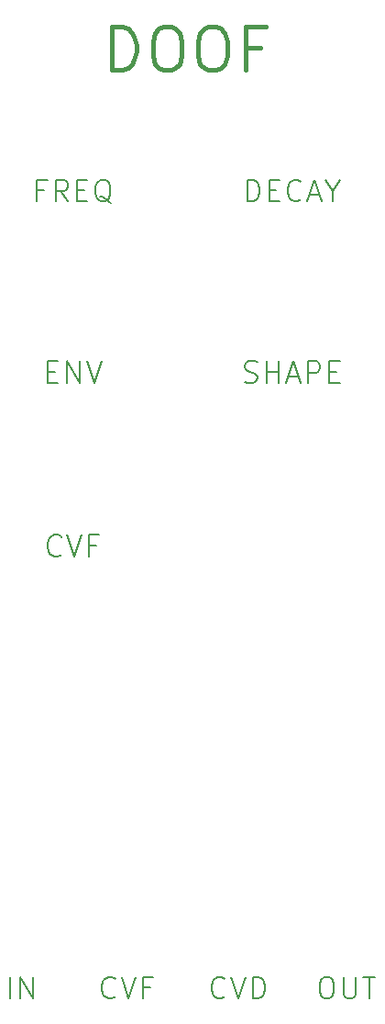
<source format=gbr>
G04 #@! TF.GenerationSoftware,KiCad,Pcbnew,(5.1.5-0)*
G04 #@! TF.CreationDate,2021-01-20T00:07:58-08:00*
G04 #@! TF.ProjectId,doof,646f6f66-2e6b-4696-9361-645f70636258,rev?*
G04 #@! TF.SameCoordinates,Original*
G04 #@! TF.FileFunction,Legend,Top*
G04 #@! TF.FilePolarity,Positive*
%FSLAX46Y46*%
G04 Gerber Fmt 4.6, Leading zero omitted, Abs format (unit mm)*
G04 Created by KiCad (PCBNEW (5.1.5-0)) date 2021-01-20 00:07:58*
%MOMM*%
%LPD*%
G04 APERTURE LIST*
%ADD10C,0.200000*%
%ADD11C,0.400000*%
G04 APERTURE END LIST*
D10*
X23761904Y-90464285D02*
X23666666Y-90559523D01*
X23380952Y-90654761D01*
X23190476Y-90654761D01*
X22904761Y-90559523D01*
X22714285Y-90369047D01*
X22619047Y-90178571D01*
X22523809Y-89797619D01*
X22523809Y-89511904D01*
X22619047Y-89130952D01*
X22714285Y-88940476D01*
X22904761Y-88750000D01*
X23190476Y-88654761D01*
X23380952Y-88654761D01*
X23666666Y-88750000D01*
X23761904Y-88845238D01*
X24333333Y-88654761D02*
X25000000Y-90654761D01*
X25666666Y-88654761D01*
X26333333Y-90654761D02*
X26333333Y-88654761D01*
X26809523Y-88654761D01*
X27095238Y-88750000D01*
X27285714Y-88940476D01*
X27380952Y-89130952D01*
X27476190Y-89511904D01*
X27476190Y-89797619D01*
X27380952Y-90178571D01*
X27285714Y-90369047D01*
X27095238Y-90559523D01*
X26809523Y-90654761D01*
X26333333Y-90654761D01*
X3952380Y-90654761D02*
X3952380Y-88654761D01*
X4904761Y-90654761D02*
X4904761Y-88654761D01*
X6047619Y-90654761D01*
X6047619Y-88654761D01*
D11*
X13297619Y-5059523D02*
X13297619Y-1059523D01*
X14250000Y-1059523D01*
X14821428Y-1250000D01*
X15202380Y-1630952D01*
X15392857Y-2011904D01*
X15583333Y-2773809D01*
X15583333Y-3345238D01*
X15392857Y-4107142D01*
X15202380Y-4488095D01*
X14821428Y-4869047D01*
X14250000Y-5059523D01*
X13297619Y-5059523D01*
X18059523Y-1059523D02*
X18821428Y-1059523D01*
X19202380Y-1250000D01*
X19583333Y-1630952D01*
X19773809Y-2392857D01*
X19773809Y-3726190D01*
X19583333Y-4488095D01*
X19202380Y-4869047D01*
X18821428Y-5059523D01*
X18059523Y-5059523D01*
X17678571Y-4869047D01*
X17297619Y-4488095D01*
X17107142Y-3726190D01*
X17107142Y-2392857D01*
X17297619Y-1630952D01*
X17678571Y-1250000D01*
X18059523Y-1059523D01*
X22250000Y-1059523D02*
X23011904Y-1059523D01*
X23392857Y-1250000D01*
X23773809Y-1630952D01*
X23964285Y-2392857D01*
X23964285Y-3726190D01*
X23773809Y-4488095D01*
X23392857Y-4869047D01*
X23011904Y-5059523D01*
X22250000Y-5059523D01*
X21869047Y-4869047D01*
X21488095Y-4488095D01*
X21297619Y-3726190D01*
X21297619Y-2392857D01*
X21488095Y-1630952D01*
X21869047Y-1250000D01*
X22250000Y-1059523D01*
X27011904Y-2964285D02*
X25678571Y-2964285D01*
X25678571Y-5059523D02*
X25678571Y-1059523D01*
X27583333Y-1059523D01*
D10*
X25619047Y-33809523D02*
X25904761Y-33904761D01*
X26380952Y-33904761D01*
X26571428Y-33809523D01*
X26666666Y-33714285D01*
X26761904Y-33523809D01*
X26761904Y-33333333D01*
X26666666Y-33142857D01*
X26571428Y-33047619D01*
X26380952Y-32952380D01*
X26000000Y-32857142D01*
X25809523Y-32761904D01*
X25714285Y-32666666D01*
X25619047Y-32476190D01*
X25619047Y-32285714D01*
X25714285Y-32095238D01*
X25809523Y-32000000D01*
X26000000Y-31904761D01*
X26476190Y-31904761D01*
X26761904Y-32000000D01*
X27619047Y-33904761D02*
X27619047Y-31904761D01*
X27619047Y-32857142D02*
X28761904Y-32857142D01*
X28761904Y-33904761D02*
X28761904Y-31904761D01*
X29619047Y-33333333D02*
X30571428Y-33333333D01*
X29428571Y-33904761D02*
X30095238Y-31904761D01*
X30761904Y-33904761D01*
X31428571Y-33904761D02*
X31428571Y-31904761D01*
X32190476Y-31904761D01*
X32380952Y-32000000D01*
X32476190Y-32095238D01*
X32571428Y-32285714D01*
X32571428Y-32571428D01*
X32476190Y-32761904D01*
X32380952Y-32857142D01*
X32190476Y-32952380D01*
X31428571Y-32952380D01*
X33428571Y-32857142D02*
X34095238Y-32857142D01*
X34380952Y-33904761D02*
X33428571Y-33904761D01*
X33428571Y-31904761D01*
X34380952Y-31904761D01*
X25857142Y-17154761D02*
X25857142Y-15154761D01*
X26333333Y-15154761D01*
X26619047Y-15250000D01*
X26809523Y-15440476D01*
X26904761Y-15630952D01*
X27000000Y-16011904D01*
X27000000Y-16297619D01*
X26904761Y-16678571D01*
X26809523Y-16869047D01*
X26619047Y-17059523D01*
X26333333Y-17154761D01*
X25857142Y-17154761D01*
X27857142Y-16107142D02*
X28523809Y-16107142D01*
X28809523Y-17154761D02*
X27857142Y-17154761D01*
X27857142Y-15154761D01*
X28809523Y-15154761D01*
X30809523Y-16964285D02*
X30714285Y-17059523D01*
X30428571Y-17154761D01*
X30238095Y-17154761D01*
X29952380Y-17059523D01*
X29761904Y-16869047D01*
X29666666Y-16678571D01*
X29571428Y-16297619D01*
X29571428Y-16011904D01*
X29666666Y-15630952D01*
X29761904Y-15440476D01*
X29952380Y-15250000D01*
X30238095Y-15154761D01*
X30428571Y-15154761D01*
X30714285Y-15250000D01*
X30809523Y-15345238D01*
X31571428Y-16583333D02*
X32523809Y-16583333D01*
X31380952Y-17154761D02*
X32047619Y-15154761D01*
X32714285Y-17154761D01*
X33761904Y-16202380D02*
X33761904Y-17154761D01*
X33095238Y-15154761D02*
X33761904Y-16202380D01*
X34428571Y-15154761D01*
X7083333Y-16107142D02*
X6416666Y-16107142D01*
X6416666Y-17154761D02*
X6416666Y-15154761D01*
X7369047Y-15154761D01*
X9273809Y-17154761D02*
X8607142Y-16202380D01*
X8130952Y-17154761D02*
X8130952Y-15154761D01*
X8892857Y-15154761D01*
X9083333Y-15250000D01*
X9178571Y-15345238D01*
X9273809Y-15535714D01*
X9273809Y-15821428D01*
X9178571Y-16011904D01*
X9083333Y-16107142D01*
X8892857Y-16202380D01*
X8130952Y-16202380D01*
X10130952Y-16107142D02*
X10797619Y-16107142D01*
X11083333Y-17154761D02*
X10130952Y-17154761D01*
X10130952Y-15154761D01*
X11083333Y-15154761D01*
X13273809Y-17345238D02*
X13083333Y-17250000D01*
X12892857Y-17059523D01*
X12607142Y-16773809D01*
X12416666Y-16678571D01*
X12226190Y-16678571D01*
X12321428Y-17154761D02*
X12130952Y-17059523D01*
X11940476Y-16869047D01*
X11845238Y-16488095D01*
X11845238Y-15821428D01*
X11940476Y-15440476D01*
X12130952Y-15250000D01*
X12321428Y-15154761D01*
X12702380Y-15154761D01*
X12892857Y-15250000D01*
X13083333Y-15440476D01*
X13178571Y-15821428D01*
X13178571Y-16488095D01*
X13083333Y-16869047D01*
X12892857Y-17059523D01*
X12702380Y-17154761D01*
X12321428Y-17154761D01*
X7416666Y-32857142D02*
X8083333Y-32857142D01*
X8369047Y-33904761D02*
X7416666Y-33904761D01*
X7416666Y-31904761D01*
X8369047Y-31904761D01*
X9226190Y-33904761D02*
X9226190Y-31904761D01*
X10369047Y-33904761D01*
X10369047Y-31904761D01*
X11035714Y-31904761D02*
X11702380Y-33904761D01*
X12369047Y-31904761D01*
X8654761Y-49714285D02*
X8559523Y-49809523D01*
X8273809Y-49904761D01*
X8083333Y-49904761D01*
X7797619Y-49809523D01*
X7607142Y-49619047D01*
X7511904Y-49428571D01*
X7416666Y-49047619D01*
X7416666Y-48761904D01*
X7511904Y-48380952D01*
X7607142Y-48190476D01*
X7797619Y-48000000D01*
X8083333Y-47904761D01*
X8273809Y-47904761D01*
X8559523Y-48000000D01*
X8654761Y-48095238D01*
X9226190Y-47904761D02*
X9892857Y-49904761D01*
X10559523Y-47904761D01*
X11892857Y-48857142D02*
X11226190Y-48857142D01*
X11226190Y-49904761D02*
X11226190Y-47904761D01*
X12178571Y-47904761D01*
X33000000Y-88654761D02*
X33380952Y-88654761D01*
X33571428Y-88750000D01*
X33761904Y-88940476D01*
X33857142Y-89321428D01*
X33857142Y-89988095D01*
X33761904Y-90369047D01*
X33571428Y-90559523D01*
X33380952Y-90654761D01*
X33000000Y-90654761D01*
X32809523Y-90559523D01*
X32619047Y-90369047D01*
X32523809Y-89988095D01*
X32523809Y-89321428D01*
X32619047Y-88940476D01*
X32809523Y-88750000D01*
X33000000Y-88654761D01*
X34714285Y-88654761D02*
X34714285Y-90273809D01*
X34809523Y-90464285D01*
X34904761Y-90559523D01*
X35095238Y-90654761D01*
X35476190Y-90654761D01*
X35666666Y-90559523D01*
X35761904Y-90464285D01*
X35857142Y-90273809D01*
X35857142Y-88654761D01*
X36523809Y-88654761D02*
X37666666Y-88654761D01*
X37095238Y-90654761D02*
X37095238Y-88654761D01*
X13654761Y-90464285D02*
X13559523Y-90559523D01*
X13273809Y-90654761D01*
X13083333Y-90654761D01*
X12797619Y-90559523D01*
X12607142Y-90369047D01*
X12511904Y-90178571D01*
X12416666Y-89797619D01*
X12416666Y-89511904D01*
X12511904Y-89130952D01*
X12607142Y-88940476D01*
X12797619Y-88750000D01*
X13083333Y-88654761D01*
X13273809Y-88654761D01*
X13559523Y-88750000D01*
X13654761Y-88845238D01*
X14226190Y-88654761D02*
X14892857Y-90654761D01*
X15559523Y-88654761D01*
X16892857Y-89607142D02*
X16226190Y-89607142D01*
X16226190Y-90654761D02*
X16226190Y-88654761D01*
X17178571Y-88654761D01*
M02*

</source>
